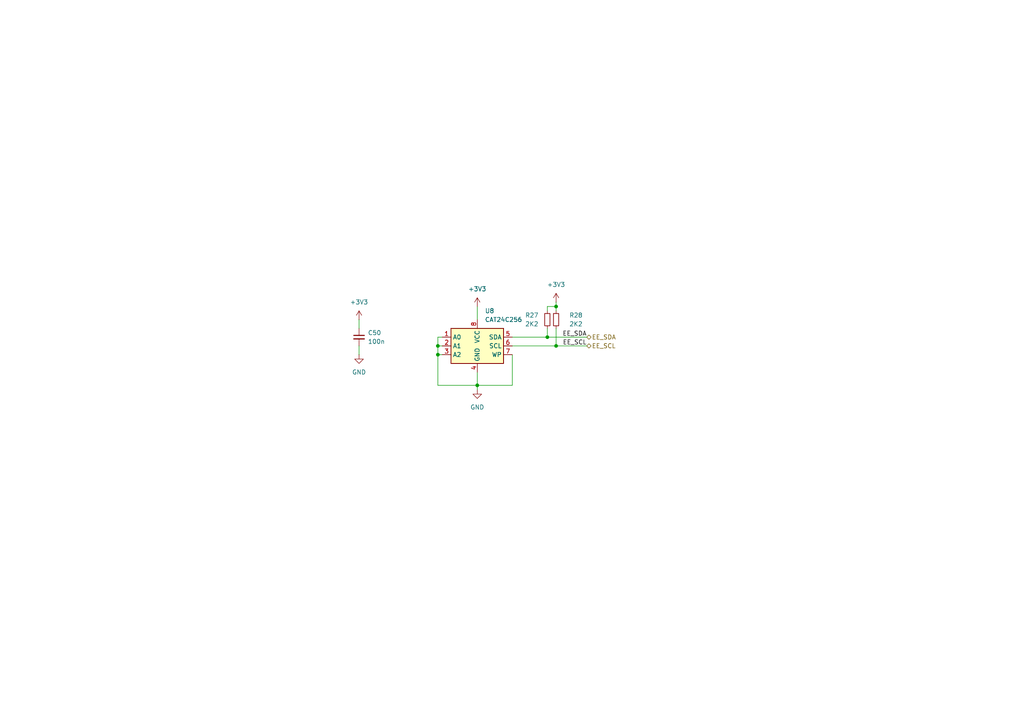
<source format=kicad_sch>
(kicad_sch (version 20231120) (generator "eeschema") (generator_version "8.0")
  (paper "A4")
  (lib_symbols
    (symbol "Device:C_Small" (pin_numbers hide) (pin_names (offset 0.254) hide)
      (property "Reference" "C" (at 0.254 1.778 0))
      (property "Value" "C_Small" (at 0.254 -2.032 0))
      (symbol "C_Small_0_1"
        (polyline (pts (xy -1.524 -0.508) (xy 1.524 -0.508)) (stroke (width 0.3302)))
        (polyline (pts (xy -1.524 0.508) (xy 1.524 0.508)) (stroke (width 0.3048)))
      )
      (symbol "C_Small_1_1"
        (pin passive line (at 0 2.54 270) (length 2.032) (name "~") (number "1"))
        (pin passive line (at 0 -2.54 90) (length 2.032) (name "~") (number "2"))
      )
    )
    (symbol "Device:R_Small" (pin_numbers hide) (pin_names (offset 0.254) hide)
      (property "Reference" "R" (at 0.762 0.508 0))
      (property "Value" "R_Small" (at 0.762 -1.016 0))
      (symbol "R_Small_0_1"
        (rectangle (start -0.762 1.778) (end 0.762 -1.778) (stroke (width 0.2032)))
      )
      (symbol "R_Small_1_1"
        (pin passive line (at 0 2.54 270) (length 0.762) (name "~") (number "1"))
        (pin passive line (at 0 -2.54 90) (length 0.762) (name "~") (number "2"))
      )
    )
    (symbol "Memory_EEPROM:CAT24C256"
      (property "Reference" "U" (at -6.35 6.35 0))
      (property "Value" "CAT24C256" (at 1.27 6.35 0))
      (symbol "CAT24C256_1_1"
        (rectangle (start -7.62 5.08) (end 7.62 -5.08) (stroke (width 0.254)) (fill (type background)))
        (pin input line (at -10.16 2.54 0) (length 2.54) (name "A0") (number "1"))
        (pin input line (at -10.16 0 0) (length 2.54) (name "A1") (number "2"))
        (pin input line (at -10.16 -2.54 0) (length 2.54) (name "A2") (number "3"))
        (pin power_in line (at 0 -7.62 90) (length 2.54) (name "GND") (number "4"))
        (pin bidirectional line (at 10.16 2.54 180) (length 2.54) (name "SDA") (number "5"))
        (pin input line (at 10.16 0 180) (length 2.54) (name "SCL") (number "6"))
        (pin input line (at 10.16 -2.54 180) (length 2.54) (name "WP") (number "7"))
        (pin power_in line (at 0 7.62 270) (length 2.54) (name "VCC") (number "8"))
      )
    )
    (symbol "power:+3V3" (power) (pin_numbers hide) (pin_names (offset 0) hide)
      (property "Value" "+3V3" (at 0 3.556 0))
      (symbol "+3V3_0_1"
        (polyline (pts (xy -0.762 1.27) (xy 0 2.54)))
        (polyline (pts (xy 0 0) (xy 0 2.54)))
        (polyline (pts (xy 0 2.54) (xy 0.762 1.27)))
      )
      (symbol "+3V3_1_1"
        (pin power_in line (at 0 0 90) (length 0) (name "~") (number "1"))
      )
    )
    (symbol "power:GND" (power) (pin_numbers hide) (pin_names (offset 0) hide)
      (property "Value" "GND" (at 0 -3.81 0))
      (symbol "GND_0_1"
        (polyline (pts (xy 0 0) (xy 0 -1.27) (xy 1.27 -1.27) (xy 0 -2.54) (xy -1.27 -1.27) (xy 0 -1.27)))
      )
      (symbol "GND_1_1"
        (pin power_in line (at 0 0 270) (length 0) (name "~") (number "1"))
      )
    )
  )
  (junction (at 127 102.87))
  (junction (at 158.75 97.79))
  (junction (at 138.43 111.76))
  (junction (at 161.29 100.33))
  (junction (at 161.29 88.9))
  (junction (at 127 100.33))
  (wire (pts (xy 127 97.79) (xy 127 100.33)))
  (wire (pts (xy 158.75 97.79) (xy 158.75 95.25)))
  (wire (pts (xy 127 102.87) (xy 128.27 102.87)))
  (wire (pts (xy 148.59 111.76) (xy 138.43 111.76)))
  (wire (pts (xy 158.75 97.79) (xy 170.18 97.79)))
  (wire (pts (xy 161.29 88.9) (xy 161.29 90.17)))
  (wire (pts (xy 127 111.76) (xy 138.43 111.76)))
  (wire (pts (xy 148.59 97.79) (xy 158.75 97.79)))
  (wire (pts (xy 148.59 100.33) (xy 161.29 100.33)))
  (wire (pts (xy 127 100.33) (xy 127 102.87)))
  (wire (pts (xy 161.29 87.63) (xy 161.29 88.9)))
  (wire (pts (xy 158.75 90.17) (xy 158.75 88.9)))
  (wire (pts (xy 104.14 92.71) (xy 104.14 95.25)))
  (wire (pts (xy 127 102.87) (xy 127 111.76)))
  (wire (pts (xy 161.29 100.33) (xy 161.29 95.25)))
  (wire (pts (xy 138.43 88.9) (xy 138.43 92.71)))
  (wire (pts (xy 161.29 100.33) (xy 170.18 100.33)))
  (wire (pts (xy 138.43 107.95) (xy 138.43 111.76)))
  (wire (pts (xy 128.27 97.79) (xy 127 97.79)))
  (wire (pts (xy 148.59 102.87) (xy 148.59 111.76)))
  (wire (pts (xy 138.43 113.03) (xy 138.43 111.76)))
  (wire (pts (xy 104.14 102.87) (xy 104.14 100.33)))
  (wire (pts (xy 127 100.33) (xy 128.27 100.33)))
  (wire (pts (xy 158.75 88.9) (xy 161.29 88.9)))
  (label "EE_SDA" (at 170.18 97.79 180))
  (label "EE_SCL" (at 170.18 100.33 180))
  (hierarchical_label "EE_SDA" (shape bidirectional) (at 170.18 97.79 0))
  (hierarchical_label "EE_SCL" (shape bidirectional) (at 170.18 100.33 0))
  (symbol (lib_id "Device:R_Small") (at 161.29 92.71 0) (unit 1)
    (property "Reference" "R28" (at 165.1 91.4399 0) (effects (justify left)))
    (property "Value" "2K2" (at 165.1 93.9799 0) (effects (justify left)))
    (property "Footprint" "Resistor_SMD:R_0402_1005Metric" (effects (hide yes)))
    (property "Description" "Resistor, small symbol" (effects (hide yes)))
    (property "JLCPCB Part #" "C25879" (effects (hide yes)))
  )
  (symbol (lib_id "power:+3V3") (at 104.14 92.71 0) (unit 1)
    (property "Reference" "#PWR089" (effects (hide yes)))
    (property "Value" "+3V3" (at 104.14 87.63 0))
    (property "Description" "Power symbol creates a global label with name \"+3V3\"" (effects (hide yes)))
  )
  (symbol (lib_id "Memory_EEPROM:CAT24C256") (at 138.43 100.33 0) (unit 1)
    (property "Reference" "U8" (at 140.6241 90.17 0) (effects (justify left)))
    (property "Value" "CAT24C256" (at 140.6241 92.71 0) (effects (justify left)))
    (property "Footprint" "Package_SO:SOIC-8_3.9x4.9mm_P1.27mm" (effects (hide yes)))
    (property "Datasheet" "https://www.onsemi.cn/PowerSolutions/document/CAT24C256-D.PDF" (effects (hide yes)))
    (property "Description" "256 kb CMOS Serial EEPROM, DIP-8/SOIC-8/TSSOP-8/DFN-8" (effects (hide yes)))
    (property "JLCPCB Part #" "C6482" (effects (hide yes)))
  )
  (symbol (lib_id "power:GND") (at 138.43 113.03 0) (unit 1)
    (property "Reference" "#PWR093" (effects (hide yes)))
    (property "Value" "GND" (at 138.43 118.11 0))
    (property "Description" "Power symbol creates a global label with name \"GND\" , ground" (effects (hide yes)))
  )
  (symbol (lib_id "Device:R_Small") (at 158.75 92.71 0) (mirror y) (unit 1)
    (property "Reference" "R27" (at 156.21 91.4399 0) (effects (justify left)))
    (property "Value" "2K2" (at 156.21 93.9799 0) (effects (justify left)))
    (property "Footprint" "Resistor_SMD:R_0402_1005Metric" (effects (hide yes)))
    (property "Description" "Resistor, small symbol" (effects (hide yes)))
    (property "JLCPCB Part #" "C25879" (effects (hide yes)))
  )
  (symbol (lib_id "Device:C_Small") (at 104.14 97.79 0) (unit 1)
    (property "Reference" "C50" (at 106.68 96.5262 0) (effects (justify left)))
    (property "Value" "100n" (at 106.68 99.0662 0) (effects (justify left)))
    (property "Footprint" "Capacitor_SMD:C_0402_1005Metric" (effects (hide yes)))
    (property "Description" "Unpolarized capacitor, small symbol" (effects (hide yes)))
    (property "JLCPCB Part #" "C307331" (effects (hide yes)))
  )
  (symbol (lib_id "power:GND") (at 104.14 102.87 0) (unit 1)
    (property "Reference" "#PWR090" (effects (hide yes)))
    (property "Value" "GND" (at 104.14 107.95 0))
    (property "Description" "Power symbol creates a global label with name \"GND\" , ground" (effects (hide yes)))
  )
  (symbol (lib_id "power:+3V3") (at 161.29 87.63 0) (unit 1)
    (property "Reference" "#PWR094" (effects (hide yes)))
    (property "Value" "+3V3" (at 161.29 82.55 0))
    (property "Description" "Power symbol creates a global label with name \"+3V3\"" (effects (hide yes)))
  )
  (symbol (lib_id "power:+3V3") (at 138.43 88.9 0) (unit 1)
    (property "Reference" "#PWR092" (effects (hide yes)))
    (property "Value" "+3V3" (at 138.43 83.82 0))
    (property "Description" "Power symbol creates a global label with name \"+3V3\"" (effects (hide yes)))
  )
)
</source>
